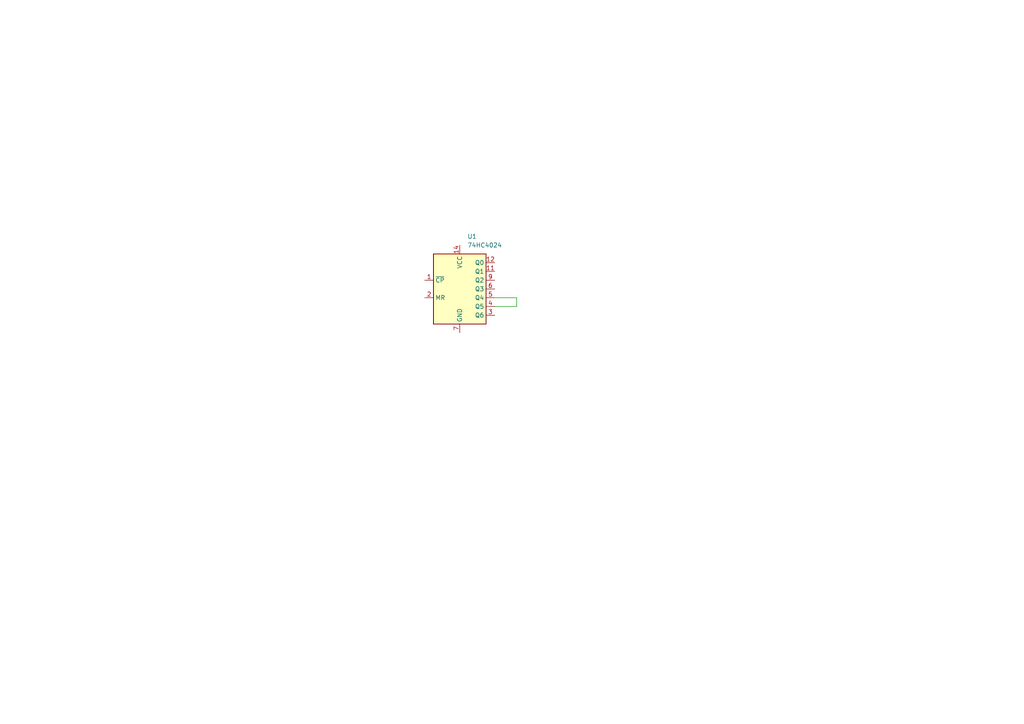
<source format=kicad_sch>
(kicad_sch (version 20230121) (generator eeschema)
  (paper "A4")
  (lib_symbols
    (symbol "74xx:74HC4024"
      (property "Reference" "U" (at -6.35 11.43 0))
      (property "Value" "74HC4024" (at 6.35 11.43 0))
      (symbol "74HC4024_0_1"
        (rectangle (start -7.62 10.16) (end 7.62 -10.16) (stroke (width 0.254)) (fill (type background)))
      )
      (symbol "74HC4024_1_0"
        (pin input line (at -10.16 2.54 0) (length 2.54) (name "~{CP}") (number "1"))
        (pin no_connect line (at -7.62 5.08 0) (length 2.54) hide (name "~") (number "10"))
        (pin output line (at 10.16 5.08 180) (length 2.54) (name "Q1") (number "11"))
        (pin output line (at 10.16 7.62 180) (length 2.54) (name "Q0") (number "12"))
        (pin no_connect line (at -7.62 -5.08 0) (length 2.54) hide (name "~") (number "13"))
        (pin power_in line (at 0 12.7 270) (length 2.54) (name "VCC") (number "14"))
        (pin input line (at -10.16 -2.54 0) (length 2.54) (name "MR") (number "2"))
        (pin output line (at 10.16 -7.62 180) (length 2.54) (name "Q6") (number "3"))
        (pin output line (at 10.16 -5.08 180) (length 2.54) (name "Q5") (number "4"))
        (pin output line (at 10.16 -2.54 180) (length 2.54) (name "Q4") (number "5"))
        (pin output line (at 10.16 0 180) (length 2.54) (name "Q3") (number "6"))
        (pin power_in line (at 0 -12.7 90) (length 2.54) (name "GND") (number "7"))
        (pin no_connect line (at -7.62 7.62 0) (length 2.54) hide (name "~") (number "8"))
        (pin output line (at 10.16 2.54 180) (length 2.54) (name "Q2") (number "9"))
      )
    )
  )
  (wire (pts (xy 143.51 86.36) (xy 149.86 86.36)))
  (wire (pts (xy 143.51 88.9) (xy 149.86 88.9)))
  (wire (pts (xy 149.86 88.9) (xy 149.86 86.36)))
  (symbol (lib_id "74xx:74HC4024") (at 133.35 83.82 0) (unit 1)
    (property "Reference" "U1" (at 135.5441 68.58 0) (effects (justify left)))
    (property "Value" "74HC4024" (at 135.5441 71.12 0) (effects (justify left)))
    (property "Footprint" "Package_SO:SOIC-14_3.9x8.7mm_P1.27mm" (effects hide))
    (property "Datasheet" "https://assets.nexperia.com/documents/data-sheet/74HC4024.pdf" (effects hide))
  )
)
</source>
